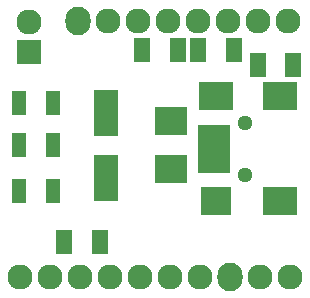
<source format=gbr>
G04 #@! TF.FileFunction,Soldermask,Top*
%FSLAX46Y46*%
G04 Gerber Fmt 4.6, Leading zero omitted, Abs format (unit mm)*
G04 Created by KiCad (PCBNEW 4.0.4+dfsg1-stable) date Sat Feb  4 10:26:13 2017*
%MOMM*%
%LPD*%
G01*
G04 APERTURE LIST*
%ADD10C,0.100000*%
%ADD11O,2.127200X2.432000*%
%ADD12C,2.127200*%
%ADD13R,2.800000X2.400000*%
%ADD14R,1.400000X2.000000*%
%ADD15R,2.701240X0.900380*%
%ADD16R,2.645360X2.398980*%
%ADD17R,2.899360X2.398980*%
%ADD18C,1.299160*%
%ADD19R,1.300000X2.100000*%
%ADD20R,2.127200X2.025600*%
%ADD21R,2.000200X3.999180*%
G04 APERTURE END LIST*
D10*
D11*
X36817300Y-22720300D03*
D12*
X39357300Y-22720300D03*
X41897300Y-22720300D03*
X44437300Y-22720300D03*
X46977300Y-22720300D03*
X49517300Y-22720300D03*
X52057300Y-22720300D03*
X54597300Y-22720300D03*
X31864300Y-44323000D03*
X34404300Y-44323000D03*
X36944300Y-44323000D03*
X39484300Y-44323000D03*
X42024300Y-44323000D03*
X44564300Y-44323000D03*
X47104300Y-44323000D03*
D11*
X49644300Y-44323000D03*
D12*
X52184300Y-44323000D03*
X54724300Y-44323000D03*
D13*
X44640500Y-35260500D03*
X44640500Y-31160500D03*
D14*
X45238800Y-25184100D03*
X42238800Y-25184100D03*
X46975900Y-25158700D03*
X49975900Y-25158700D03*
X54979700Y-26390600D03*
X51979700Y-26390600D03*
X35608000Y-41402000D03*
X38608000Y-41402000D03*
D15*
X48326040Y-35110420D03*
X48326040Y-34310320D03*
X48326040Y-33510220D03*
X48326040Y-32710120D03*
X48326040Y-31910020D03*
D16*
X48425100Y-37960300D03*
D17*
X53924200Y-37960300D03*
X48425100Y-29060140D03*
X53924200Y-29060140D03*
D18*
X50924460Y-35709860D03*
X50924460Y-31310580D03*
D19*
X31757960Y-33197800D03*
X34657960Y-33197800D03*
X31773200Y-29641800D03*
X34673200Y-29641800D03*
X31773200Y-37084000D03*
X34673200Y-37084000D03*
D20*
X32639000Y-25273000D03*
D12*
X32639000Y-22733000D03*
D21*
X39166800Y-36017200D03*
X39166800Y-30515560D03*
M02*

</source>
